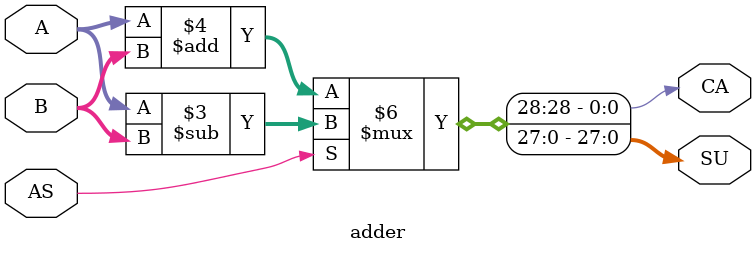
<source format=v>
module adder
(
    input       [27:0]      A, B,
    input                   AS,
    output  reg [27:0]      SU,
    output  reg             CA
);

always @(*) begin

    if (AS == 1'b1) begin
        {CA ,SU} = A - B;
    end
    else begin
        {CA ,SU} = A + B;
    end 

end
    
endmodule //adder

 
</source>
